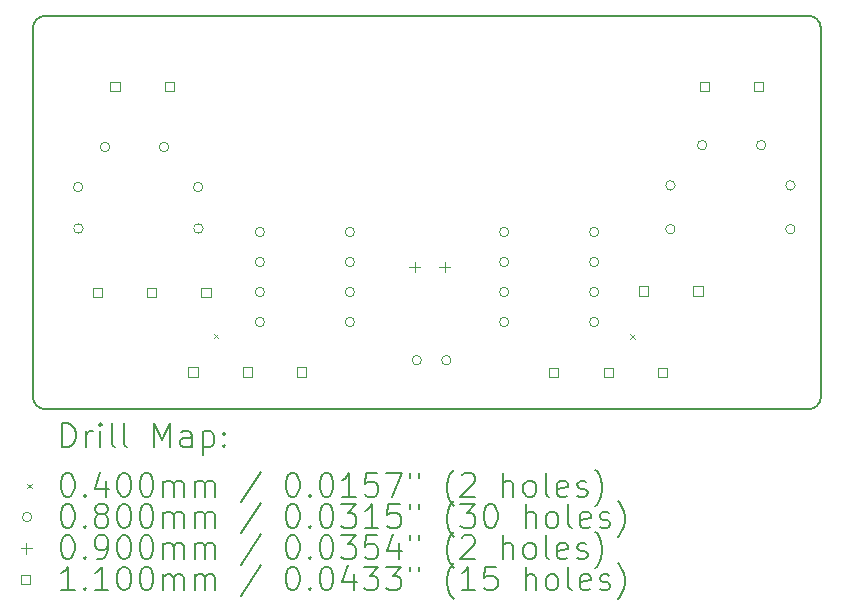
<source format=gbr>
%FSLAX45Y45*%
G04 Gerber Fmt 4.5, Leading zero omitted, Abs format (unit mm)*
G04 Created by KiCad (PCBNEW (6.0.2-0)) date 2024-10-15 18:59:05*
%MOMM*%
%LPD*%
G01*
G04 APERTURE LIST*
%TA.AperFunction,Profile*%
%ADD10C,0.200000*%
%TD*%
%ADD11C,0.200000*%
%ADD12C,0.040000*%
%ADD13C,0.080000*%
%ADD14C,0.090000*%
%ADD15C,0.110000*%
G04 APERTURE END LIST*
D10*
X16000000Y-6100000D02*
G75*
G03*
X15895000Y-6000000I-103203J-3238D01*
G01*
X15900000Y-9330000D02*
G75*
G03*
X16000000Y-9235000I-3250J103552D01*
G01*
X9330000Y-6105000D02*
X9330000Y-9230000D01*
X15895000Y-6000000D02*
X9430000Y-6000000D01*
X9435000Y-9330000D02*
X15900000Y-9330000D01*
X16000000Y-9235000D02*
X16000000Y-6100000D01*
X9330000Y-9230000D02*
G75*
G03*
X9435000Y-9330000I103203J3238D01*
G01*
X9430000Y-6000000D02*
G75*
G03*
X9330000Y-6105000I3238J-103203D01*
G01*
D11*
D12*
X10860000Y-8690000D02*
X10900000Y-8730000D01*
X10900000Y-8690000D02*
X10860000Y-8730000D01*
X14385000Y-8695000D02*
X14425000Y-8735000D01*
X14425000Y-8695000D02*
X14385000Y-8735000D01*
D13*
X9752000Y-7450000D02*
G75*
G03*
X9752000Y-7450000I-40000J0D01*
G01*
X9754000Y-7800000D02*
G75*
G03*
X9754000Y-7800000I-40000J0D01*
G01*
X9980000Y-7110000D02*
G75*
G03*
X9980000Y-7110000I-40000J0D01*
G01*
X10480000Y-7110000D02*
G75*
G03*
X10480000Y-7110000I-40000J0D01*
G01*
X10768000Y-7450000D02*
G75*
G03*
X10768000Y-7450000I-40000J0D01*
G01*
X10770000Y-7800000D02*
G75*
G03*
X10770000Y-7800000I-40000J0D01*
G01*
X11290000Y-7830000D02*
G75*
G03*
X11290000Y-7830000I-40000J0D01*
G01*
X11290000Y-8084000D02*
G75*
G03*
X11290000Y-8084000I-40000J0D01*
G01*
X11290000Y-8338000D02*
G75*
G03*
X11290000Y-8338000I-40000J0D01*
G01*
X11290000Y-8592000D02*
G75*
G03*
X11290000Y-8592000I-40000J0D01*
G01*
X12052000Y-7830000D02*
G75*
G03*
X12052000Y-7830000I-40000J0D01*
G01*
X12052000Y-8084000D02*
G75*
G03*
X12052000Y-8084000I-40000J0D01*
G01*
X12052000Y-8338000D02*
G75*
G03*
X12052000Y-8338000I-40000J0D01*
G01*
X12052000Y-8592000D02*
G75*
G03*
X12052000Y-8592000I-40000J0D01*
G01*
X12619489Y-8915000D02*
G75*
G03*
X12619489Y-8915000I-40000J0D01*
G01*
X12869489Y-8915000D02*
G75*
G03*
X12869489Y-8915000I-40000J0D01*
G01*
X13360000Y-7830000D02*
G75*
G03*
X13360000Y-7830000I-40000J0D01*
G01*
X13360000Y-8084000D02*
G75*
G03*
X13360000Y-8084000I-40000J0D01*
G01*
X13360000Y-8338000D02*
G75*
G03*
X13360000Y-8338000I-40000J0D01*
G01*
X13360000Y-8592000D02*
G75*
G03*
X13360000Y-8592000I-40000J0D01*
G01*
X14122000Y-7830000D02*
G75*
G03*
X14122000Y-7830000I-40000J0D01*
G01*
X14122000Y-8084000D02*
G75*
G03*
X14122000Y-8084000I-40000J0D01*
G01*
X14122000Y-8338000D02*
G75*
G03*
X14122000Y-8338000I-40000J0D01*
G01*
X14122000Y-8592000D02*
G75*
G03*
X14122000Y-8592000I-40000J0D01*
G01*
X14767000Y-7435000D02*
G75*
G03*
X14767000Y-7435000I-40000J0D01*
G01*
X14767000Y-7805000D02*
G75*
G03*
X14767000Y-7805000I-40000J0D01*
G01*
X15035000Y-7095000D02*
G75*
G03*
X15035000Y-7095000I-40000J0D01*
G01*
X15535000Y-7095000D02*
G75*
G03*
X15535000Y-7095000I-40000J0D01*
G01*
X15783000Y-7435000D02*
G75*
G03*
X15783000Y-7435000I-40000J0D01*
G01*
X15783000Y-7805000D02*
G75*
G03*
X15783000Y-7805000I-40000J0D01*
G01*
D14*
X12562500Y-8080000D02*
X12562500Y-8170000D01*
X12517500Y-8125000D02*
X12607500Y-8125000D01*
X12816500Y-8080000D02*
X12816500Y-8170000D01*
X12771500Y-8125000D02*
X12861500Y-8125000D01*
D15*
X9913891Y-8378891D02*
X9913891Y-8301109D01*
X9836109Y-8301109D01*
X9836109Y-8378891D01*
X9913891Y-8378891D01*
X10063891Y-6638891D02*
X10063891Y-6561109D01*
X9986109Y-6561109D01*
X9986109Y-6638891D01*
X10063891Y-6638891D01*
X10373891Y-8378891D02*
X10373891Y-8301109D01*
X10296109Y-8301109D01*
X10296109Y-8378891D01*
X10373891Y-8378891D01*
X10523891Y-6638891D02*
X10523891Y-6561109D01*
X10446109Y-6561109D01*
X10446109Y-6638891D01*
X10523891Y-6638891D01*
X10723891Y-9053891D02*
X10723891Y-8976109D01*
X10646109Y-8976109D01*
X10646109Y-9053891D01*
X10723891Y-9053891D01*
X10833891Y-8378891D02*
X10833891Y-8301109D01*
X10756109Y-8301109D01*
X10756109Y-8378891D01*
X10833891Y-8378891D01*
X11183891Y-9053891D02*
X11183891Y-8976109D01*
X11106109Y-8976109D01*
X11106109Y-9053891D01*
X11183891Y-9053891D01*
X11643891Y-9053891D02*
X11643891Y-8976109D01*
X11566109Y-8976109D01*
X11566109Y-9053891D01*
X11643891Y-9053891D01*
X13778891Y-9058891D02*
X13778891Y-8981109D01*
X13701109Y-8981109D01*
X13701109Y-9058891D01*
X13778891Y-9058891D01*
X14238891Y-9058891D02*
X14238891Y-8981109D01*
X14161109Y-8981109D01*
X14161109Y-9058891D01*
X14238891Y-9058891D01*
X14538891Y-8368891D02*
X14538891Y-8291109D01*
X14461109Y-8291109D01*
X14461109Y-8368891D01*
X14538891Y-8368891D01*
X14698891Y-9058891D02*
X14698891Y-8981109D01*
X14621109Y-8981109D01*
X14621109Y-9058891D01*
X14698891Y-9058891D01*
X14998891Y-8368891D02*
X14998891Y-8291109D01*
X14921109Y-8291109D01*
X14921109Y-8368891D01*
X14998891Y-8368891D01*
X15053891Y-6638891D02*
X15053891Y-6561109D01*
X14976109Y-6561109D01*
X14976109Y-6638891D01*
X15053891Y-6638891D01*
X15513891Y-6638891D02*
X15513891Y-6561109D01*
X15436109Y-6561109D01*
X15436109Y-6638891D01*
X15513891Y-6638891D01*
D11*
X9577603Y-9650492D02*
X9577603Y-9450492D01*
X9625222Y-9450492D01*
X9653794Y-9460016D01*
X9672842Y-9479063D01*
X9682365Y-9498111D01*
X9691889Y-9536206D01*
X9691889Y-9564778D01*
X9682365Y-9602873D01*
X9672842Y-9621920D01*
X9653794Y-9640968D01*
X9625222Y-9650492D01*
X9577603Y-9650492D01*
X9777603Y-9650492D02*
X9777603Y-9517158D01*
X9777603Y-9555254D02*
X9787127Y-9536206D01*
X9796651Y-9526682D01*
X9815699Y-9517158D01*
X9834746Y-9517158D01*
X9901413Y-9650492D02*
X9901413Y-9517158D01*
X9901413Y-9450492D02*
X9891889Y-9460016D01*
X9901413Y-9469539D01*
X9910937Y-9460016D01*
X9901413Y-9450492D01*
X9901413Y-9469539D01*
X10025222Y-9650492D02*
X10006175Y-9640968D01*
X9996651Y-9621920D01*
X9996651Y-9450492D01*
X10129984Y-9650492D02*
X10110937Y-9640968D01*
X10101413Y-9621920D01*
X10101413Y-9450492D01*
X10358556Y-9650492D02*
X10358556Y-9450492D01*
X10425222Y-9593349D01*
X10491889Y-9450492D01*
X10491889Y-9650492D01*
X10672842Y-9650492D02*
X10672842Y-9545730D01*
X10663318Y-9526682D01*
X10644270Y-9517158D01*
X10606175Y-9517158D01*
X10587127Y-9526682D01*
X10672842Y-9640968D02*
X10653794Y-9650492D01*
X10606175Y-9650492D01*
X10587127Y-9640968D01*
X10577603Y-9621920D01*
X10577603Y-9602873D01*
X10587127Y-9583825D01*
X10606175Y-9574301D01*
X10653794Y-9574301D01*
X10672842Y-9564778D01*
X10768080Y-9517158D02*
X10768080Y-9717158D01*
X10768080Y-9526682D02*
X10787127Y-9517158D01*
X10825222Y-9517158D01*
X10844270Y-9526682D01*
X10853794Y-9536206D01*
X10863318Y-9555254D01*
X10863318Y-9612397D01*
X10853794Y-9631444D01*
X10844270Y-9640968D01*
X10825222Y-9650492D01*
X10787127Y-9650492D01*
X10768080Y-9640968D01*
X10949032Y-9631444D02*
X10958556Y-9640968D01*
X10949032Y-9650492D01*
X10939508Y-9640968D01*
X10949032Y-9631444D01*
X10949032Y-9650492D01*
X10949032Y-9526682D02*
X10958556Y-9536206D01*
X10949032Y-9545730D01*
X10939508Y-9536206D01*
X10949032Y-9526682D01*
X10949032Y-9545730D01*
D12*
X9279984Y-9960016D02*
X9319984Y-10000016D01*
X9319984Y-9960016D02*
X9279984Y-10000016D01*
D11*
X9615699Y-9870492D02*
X9634746Y-9870492D01*
X9653794Y-9880016D01*
X9663318Y-9889539D01*
X9672842Y-9908587D01*
X9682365Y-9946682D01*
X9682365Y-9994301D01*
X9672842Y-10032397D01*
X9663318Y-10051444D01*
X9653794Y-10060968D01*
X9634746Y-10070492D01*
X9615699Y-10070492D01*
X9596651Y-10060968D01*
X9587127Y-10051444D01*
X9577603Y-10032397D01*
X9568080Y-9994301D01*
X9568080Y-9946682D01*
X9577603Y-9908587D01*
X9587127Y-9889539D01*
X9596651Y-9880016D01*
X9615699Y-9870492D01*
X9768080Y-10051444D02*
X9777603Y-10060968D01*
X9768080Y-10070492D01*
X9758556Y-10060968D01*
X9768080Y-10051444D01*
X9768080Y-10070492D01*
X9949032Y-9937158D02*
X9949032Y-10070492D01*
X9901413Y-9860968D02*
X9853794Y-10003825D01*
X9977603Y-10003825D01*
X10091889Y-9870492D02*
X10110937Y-9870492D01*
X10129984Y-9880016D01*
X10139508Y-9889539D01*
X10149032Y-9908587D01*
X10158556Y-9946682D01*
X10158556Y-9994301D01*
X10149032Y-10032397D01*
X10139508Y-10051444D01*
X10129984Y-10060968D01*
X10110937Y-10070492D01*
X10091889Y-10070492D01*
X10072842Y-10060968D01*
X10063318Y-10051444D01*
X10053794Y-10032397D01*
X10044270Y-9994301D01*
X10044270Y-9946682D01*
X10053794Y-9908587D01*
X10063318Y-9889539D01*
X10072842Y-9880016D01*
X10091889Y-9870492D01*
X10282365Y-9870492D02*
X10301413Y-9870492D01*
X10320461Y-9880016D01*
X10329984Y-9889539D01*
X10339508Y-9908587D01*
X10349032Y-9946682D01*
X10349032Y-9994301D01*
X10339508Y-10032397D01*
X10329984Y-10051444D01*
X10320461Y-10060968D01*
X10301413Y-10070492D01*
X10282365Y-10070492D01*
X10263318Y-10060968D01*
X10253794Y-10051444D01*
X10244270Y-10032397D01*
X10234746Y-9994301D01*
X10234746Y-9946682D01*
X10244270Y-9908587D01*
X10253794Y-9889539D01*
X10263318Y-9880016D01*
X10282365Y-9870492D01*
X10434746Y-10070492D02*
X10434746Y-9937158D01*
X10434746Y-9956206D02*
X10444270Y-9946682D01*
X10463318Y-9937158D01*
X10491889Y-9937158D01*
X10510937Y-9946682D01*
X10520461Y-9965730D01*
X10520461Y-10070492D01*
X10520461Y-9965730D02*
X10529984Y-9946682D01*
X10549032Y-9937158D01*
X10577603Y-9937158D01*
X10596651Y-9946682D01*
X10606175Y-9965730D01*
X10606175Y-10070492D01*
X10701413Y-10070492D02*
X10701413Y-9937158D01*
X10701413Y-9956206D02*
X10710937Y-9946682D01*
X10729984Y-9937158D01*
X10758556Y-9937158D01*
X10777603Y-9946682D01*
X10787127Y-9965730D01*
X10787127Y-10070492D01*
X10787127Y-9965730D02*
X10796651Y-9946682D01*
X10815699Y-9937158D01*
X10844270Y-9937158D01*
X10863318Y-9946682D01*
X10872842Y-9965730D01*
X10872842Y-10070492D01*
X11263318Y-9860968D02*
X11091889Y-10118111D01*
X11520460Y-9870492D02*
X11539508Y-9870492D01*
X11558556Y-9880016D01*
X11568080Y-9889539D01*
X11577603Y-9908587D01*
X11587127Y-9946682D01*
X11587127Y-9994301D01*
X11577603Y-10032397D01*
X11568080Y-10051444D01*
X11558556Y-10060968D01*
X11539508Y-10070492D01*
X11520460Y-10070492D01*
X11501413Y-10060968D01*
X11491889Y-10051444D01*
X11482365Y-10032397D01*
X11472841Y-9994301D01*
X11472841Y-9946682D01*
X11482365Y-9908587D01*
X11491889Y-9889539D01*
X11501413Y-9880016D01*
X11520460Y-9870492D01*
X11672841Y-10051444D02*
X11682365Y-10060968D01*
X11672841Y-10070492D01*
X11663318Y-10060968D01*
X11672841Y-10051444D01*
X11672841Y-10070492D01*
X11806175Y-9870492D02*
X11825222Y-9870492D01*
X11844270Y-9880016D01*
X11853794Y-9889539D01*
X11863318Y-9908587D01*
X11872841Y-9946682D01*
X11872841Y-9994301D01*
X11863318Y-10032397D01*
X11853794Y-10051444D01*
X11844270Y-10060968D01*
X11825222Y-10070492D01*
X11806175Y-10070492D01*
X11787127Y-10060968D01*
X11777603Y-10051444D01*
X11768080Y-10032397D01*
X11758556Y-9994301D01*
X11758556Y-9946682D01*
X11768080Y-9908587D01*
X11777603Y-9889539D01*
X11787127Y-9880016D01*
X11806175Y-9870492D01*
X12063318Y-10070492D02*
X11949032Y-10070492D01*
X12006175Y-10070492D02*
X12006175Y-9870492D01*
X11987127Y-9899063D01*
X11968080Y-9918111D01*
X11949032Y-9927635D01*
X12244270Y-9870492D02*
X12149032Y-9870492D01*
X12139508Y-9965730D01*
X12149032Y-9956206D01*
X12168080Y-9946682D01*
X12215699Y-9946682D01*
X12234746Y-9956206D01*
X12244270Y-9965730D01*
X12253794Y-9984778D01*
X12253794Y-10032397D01*
X12244270Y-10051444D01*
X12234746Y-10060968D01*
X12215699Y-10070492D01*
X12168080Y-10070492D01*
X12149032Y-10060968D01*
X12139508Y-10051444D01*
X12320460Y-9870492D02*
X12453794Y-9870492D01*
X12368080Y-10070492D01*
X12520460Y-9870492D02*
X12520460Y-9908587D01*
X12596651Y-9870492D02*
X12596651Y-9908587D01*
X12891889Y-10146682D02*
X12882365Y-10137158D01*
X12863318Y-10108587D01*
X12853794Y-10089539D01*
X12844270Y-10060968D01*
X12834746Y-10013349D01*
X12834746Y-9975254D01*
X12844270Y-9927635D01*
X12853794Y-9899063D01*
X12863318Y-9880016D01*
X12882365Y-9851444D01*
X12891889Y-9841920D01*
X12958556Y-9889539D02*
X12968080Y-9880016D01*
X12987127Y-9870492D01*
X13034746Y-9870492D01*
X13053794Y-9880016D01*
X13063318Y-9889539D01*
X13072841Y-9908587D01*
X13072841Y-9927635D01*
X13063318Y-9956206D01*
X12949032Y-10070492D01*
X13072841Y-10070492D01*
X13310937Y-10070492D02*
X13310937Y-9870492D01*
X13396651Y-10070492D02*
X13396651Y-9965730D01*
X13387127Y-9946682D01*
X13368080Y-9937158D01*
X13339508Y-9937158D01*
X13320460Y-9946682D01*
X13310937Y-9956206D01*
X13520460Y-10070492D02*
X13501413Y-10060968D01*
X13491889Y-10051444D01*
X13482365Y-10032397D01*
X13482365Y-9975254D01*
X13491889Y-9956206D01*
X13501413Y-9946682D01*
X13520460Y-9937158D01*
X13549032Y-9937158D01*
X13568080Y-9946682D01*
X13577603Y-9956206D01*
X13587127Y-9975254D01*
X13587127Y-10032397D01*
X13577603Y-10051444D01*
X13568080Y-10060968D01*
X13549032Y-10070492D01*
X13520460Y-10070492D01*
X13701413Y-10070492D02*
X13682365Y-10060968D01*
X13672841Y-10041920D01*
X13672841Y-9870492D01*
X13853794Y-10060968D02*
X13834746Y-10070492D01*
X13796651Y-10070492D01*
X13777603Y-10060968D01*
X13768080Y-10041920D01*
X13768080Y-9965730D01*
X13777603Y-9946682D01*
X13796651Y-9937158D01*
X13834746Y-9937158D01*
X13853794Y-9946682D01*
X13863318Y-9965730D01*
X13863318Y-9984778D01*
X13768080Y-10003825D01*
X13939508Y-10060968D02*
X13958556Y-10070492D01*
X13996651Y-10070492D01*
X14015699Y-10060968D01*
X14025222Y-10041920D01*
X14025222Y-10032397D01*
X14015699Y-10013349D01*
X13996651Y-10003825D01*
X13968080Y-10003825D01*
X13949032Y-9994301D01*
X13939508Y-9975254D01*
X13939508Y-9965730D01*
X13949032Y-9946682D01*
X13968080Y-9937158D01*
X13996651Y-9937158D01*
X14015699Y-9946682D01*
X14091889Y-10146682D02*
X14101413Y-10137158D01*
X14120460Y-10108587D01*
X14129984Y-10089539D01*
X14139508Y-10060968D01*
X14149032Y-10013349D01*
X14149032Y-9975254D01*
X14139508Y-9927635D01*
X14129984Y-9899063D01*
X14120460Y-9880016D01*
X14101413Y-9851444D01*
X14091889Y-9841920D01*
D13*
X9319984Y-10244016D02*
G75*
G03*
X9319984Y-10244016I-40000J0D01*
G01*
D11*
X9615699Y-10134492D02*
X9634746Y-10134492D01*
X9653794Y-10144016D01*
X9663318Y-10153539D01*
X9672842Y-10172587D01*
X9682365Y-10210682D01*
X9682365Y-10258301D01*
X9672842Y-10296397D01*
X9663318Y-10315444D01*
X9653794Y-10324968D01*
X9634746Y-10334492D01*
X9615699Y-10334492D01*
X9596651Y-10324968D01*
X9587127Y-10315444D01*
X9577603Y-10296397D01*
X9568080Y-10258301D01*
X9568080Y-10210682D01*
X9577603Y-10172587D01*
X9587127Y-10153539D01*
X9596651Y-10144016D01*
X9615699Y-10134492D01*
X9768080Y-10315444D02*
X9777603Y-10324968D01*
X9768080Y-10334492D01*
X9758556Y-10324968D01*
X9768080Y-10315444D01*
X9768080Y-10334492D01*
X9891889Y-10220206D02*
X9872842Y-10210682D01*
X9863318Y-10201158D01*
X9853794Y-10182111D01*
X9853794Y-10172587D01*
X9863318Y-10153539D01*
X9872842Y-10144016D01*
X9891889Y-10134492D01*
X9929984Y-10134492D01*
X9949032Y-10144016D01*
X9958556Y-10153539D01*
X9968080Y-10172587D01*
X9968080Y-10182111D01*
X9958556Y-10201158D01*
X9949032Y-10210682D01*
X9929984Y-10220206D01*
X9891889Y-10220206D01*
X9872842Y-10229730D01*
X9863318Y-10239254D01*
X9853794Y-10258301D01*
X9853794Y-10296397D01*
X9863318Y-10315444D01*
X9872842Y-10324968D01*
X9891889Y-10334492D01*
X9929984Y-10334492D01*
X9949032Y-10324968D01*
X9958556Y-10315444D01*
X9968080Y-10296397D01*
X9968080Y-10258301D01*
X9958556Y-10239254D01*
X9949032Y-10229730D01*
X9929984Y-10220206D01*
X10091889Y-10134492D02*
X10110937Y-10134492D01*
X10129984Y-10144016D01*
X10139508Y-10153539D01*
X10149032Y-10172587D01*
X10158556Y-10210682D01*
X10158556Y-10258301D01*
X10149032Y-10296397D01*
X10139508Y-10315444D01*
X10129984Y-10324968D01*
X10110937Y-10334492D01*
X10091889Y-10334492D01*
X10072842Y-10324968D01*
X10063318Y-10315444D01*
X10053794Y-10296397D01*
X10044270Y-10258301D01*
X10044270Y-10210682D01*
X10053794Y-10172587D01*
X10063318Y-10153539D01*
X10072842Y-10144016D01*
X10091889Y-10134492D01*
X10282365Y-10134492D02*
X10301413Y-10134492D01*
X10320461Y-10144016D01*
X10329984Y-10153539D01*
X10339508Y-10172587D01*
X10349032Y-10210682D01*
X10349032Y-10258301D01*
X10339508Y-10296397D01*
X10329984Y-10315444D01*
X10320461Y-10324968D01*
X10301413Y-10334492D01*
X10282365Y-10334492D01*
X10263318Y-10324968D01*
X10253794Y-10315444D01*
X10244270Y-10296397D01*
X10234746Y-10258301D01*
X10234746Y-10210682D01*
X10244270Y-10172587D01*
X10253794Y-10153539D01*
X10263318Y-10144016D01*
X10282365Y-10134492D01*
X10434746Y-10334492D02*
X10434746Y-10201158D01*
X10434746Y-10220206D02*
X10444270Y-10210682D01*
X10463318Y-10201158D01*
X10491889Y-10201158D01*
X10510937Y-10210682D01*
X10520461Y-10229730D01*
X10520461Y-10334492D01*
X10520461Y-10229730D02*
X10529984Y-10210682D01*
X10549032Y-10201158D01*
X10577603Y-10201158D01*
X10596651Y-10210682D01*
X10606175Y-10229730D01*
X10606175Y-10334492D01*
X10701413Y-10334492D02*
X10701413Y-10201158D01*
X10701413Y-10220206D02*
X10710937Y-10210682D01*
X10729984Y-10201158D01*
X10758556Y-10201158D01*
X10777603Y-10210682D01*
X10787127Y-10229730D01*
X10787127Y-10334492D01*
X10787127Y-10229730D02*
X10796651Y-10210682D01*
X10815699Y-10201158D01*
X10844270Y-10201158D01*
X10863318Y-10210682D01*
X10872842Y-10229730D01*
X10872842Y-10334492D01*
X11263318Y-10124968D02*
X11091889Y-10382111D01*
X11520460Y-10134492D02*
X11539508Y-10134492D01*
X11558556Y-10144016D01*
X11568080Y-10153539D01*
X11577603Y-10172587D01*
X11587127Y-10210682D01*
X11587127Y-10258301D01*
X11577603Y-10296397D01*
X11568080Y-10315444D01*
X11558556Y-10324968D01*
X11539508Y-10334492D01*
X11520460Y-10334492D01*
X11501413Y-10324968D01*
X11491889Y-10315444D01*
X11482365Y-10296397D01*
X11472841Y-10258301D01*
X11472841Y-10210682D01*
X11482365Y-10172587D01*
X11491889Y-10153539D01*
X11501413Y-10144016D01*
X11520460Y-10134492D01*
X11672841Y-10315444D02*
X11682365Y-10324968D01*
X11672841Y-10334492D01*
X11663318Y-10324968D01*
X11672841Y-10315444D01*
X11672841Y-10334492D01*
X11806175Y-10134492D02*
X11825222Y-10134492D01*
X11844270Y-10144016D01*
X11853794Y-10153539D01*
X11863318Y-10172587D01*
X11872841Y-10210682D01*
X11872841Y-10258301D01*
X11863318Y-10296397D01*
X11853794Y-10315444D01*
X11844270Y-10324968D01*
X11825222Y-10334492D01*
X11806175Y-10334492D01*
X11787127Y-10324968D01*
X11777603Y-10315444D01*
X11768080Y-10296397D01*
X11758556Y-10258301D01*
X11758556Y-10210682D01*
X11768080Y-10172587D01*
X11777603Y-10153539D01*
X11787127Y-10144016D01*
X11806175Y-10134492D01*
X11939508Y-10134492D02*
X12063318Y-10134492D01*
X11996651Y-10210682D01*
X12025222Y-10210682D01*
X12044270Y-10220206D01*
X12053794Y-10229730D01*
X12063318Y-10248778D01*
X12063318Y-10296397D01*
X12053794Y-10315444D01*
X12044270Y-10324968D01*
X12025222Y-10334492D01*
X11968080Y-10334492D01*
X11949032Y-10324968D01*
X11939508Y-10315444D01*
X12253794Y-10334492D02*
X12139508Y-10334492D01*
X12196651Y-10334492D02*
X12196651Y-10134492D01*
X12177603Y-10163063D01*
X12158556Y-10182111D01*
X12139508Y-10191635D01*
X12434746Y-10134492D02*
X12339508Y-10134492D01*
X12329984Y-10229730D01*
X12339508Y-10220206D01*
X12358556Y-10210682D01*
X12406175Y-10210682D01*
X12425222Y-10220206D01*
X12434746Y-10229730D01*
X12444270Y-10248778D01*
X12444270Y-10296397D01*
X12434746Y-10315444D01*
X12425222Y-10324968D01*
X12406175Y-10334492D01*
X12358556Y-10334492D01*
X12339508Y-10324968D01*
X12329984Y-10315444D01*
X12520460Y-10134492D02*
X12520460Y-10172587D01*
X12596651Y-10134492D02*
X12596651Y-10172587D01*
X12891889Y-10410682D02*
X12882365Y-10401158D01*
X12863318Y-10372587D01*
X12853794Y-10353539D01*
X12844270Y-10324968D01*
X12834746Y-10277349D01*
X12834746Y-10239254D01*
X12844270Y-10191635D01*
X12853794Y-10163063D01*
X12863318Y-10144016D01*
X12882365Y-10115444D01*
X12891889Y-10105920D01*
X12949032Y-10134492D02*
X13072841Y-10134492D01*
X13006175Y-10210682D01*
X13034746Y-10210682D01*
X13053794Y-10220206D01*
X13063318Y-10229730D01*
X13072841Y-10248778D01*
X13072841Y-10296397D01*
X13063318Y-10315444D01*
X13053794Y-10324968D01*
X13034746Y-10334492D01*
X12977603Y-10334492D01*
X12958556Y-10324968D01*
X12949032Y-10315444D01*
X13196651Y-10134492D02*
X13215699Y-10134492D01*
X13234746Y-10144016D01*
X13244270Y-10153539D01*
X13253794Y-10172587D01*
X13263318Y-10210682D01*
X13263318Y-10258301D01*
X13253794Y-10296397D01*
X13244270Y-10315444D01*
X13234746Y-10324968D01*
X13215699Y-10334492D01*
X13196651Y-10334492D01*
X13177603Y-10324968D01*
X13168080Y-10315444D01*
X13158556Y-10296397D01*
X13149032Y-10258301D01*
X13149032Y-10210682D01*
X13158556Y-10172587D01*
X13168080Y-10153539D01*
X13177603Y-10144016D01*
X13196651Y-10134492D01*
X13501413Y-10334492D02*
X13501413Y-10134492D01*
X13587127Y-10334492D02*
X13587127Y-10229730D01*
X13577603Y-10210682D01*
X13558556Y-10201158D01*
X13529984Y-10201158D01*
X13510937Y-10210682D01*
X13501413Y-10220206D01*
X13710937Y-10334492D02*
X13691889Y-10324968D01*
X13682365Y-10315444D01*
X13672841Y-10296397D01*
X13672841Y-10239254D01*
X13682365Y-10220206D01*
X13691889Y-10210682D01*
X13710937Y-10201158D01*
X13739508Y-10201158D01*
X13758556Y-10210682D01*
X13768080Y-10220206D01*
X13777603Y-10239254D01*
X13777603Y-10296397D01*
X13768080Y-10315444D01*
X13758556Y-10324968D01*
X13739508Y-10334492D01*
X13710937Y-10334492D01*
X13891889Y-10334492D02*
X13872841Y-10324968D01*
X13863318Y-10305920D01*
X13863318Y-10134492D01*
X14044270Y-10324968D02*
X14025222Y-10334492D01*
X13987127Y-10334492D01*
X13968080Y-10324968D01*
X13958556Y-10305920D01*
X13958556Y-10229730D01*
X13968080Y-10210682D01*
X13987127Y-10201158D01*
X14025222Y-10201158D01*
X14044270Y-10210682D01*
X14053794Y-10229730D01*
X14053794Y-10248778D01*
X13958556Y-10267825D01*
X14129984Y-10324968D02*
X14149032Y-10334492D01*
X14187127Y-10334492D01*
X14206175Y-10324968D01*
X14215699Y-10305920D01*
X14215699Y-10296397D01*
X14206175Y-10277349D01*
X14187127Y-10267825D01*
X14158556Y-10267825D01*
X14139508Y-10258301D01*
X14129984Y-10239254D01*
X14129984Y-10229730D01*
X14139508Y-10210682D01*
X14158556Y-10201158D01*
X14187127Y-10201158D01*
X14206175Y-10210682D01*
X14282365Y-10410682D02*
X14291889Y-10401158D01*
X14310937Y-10372587D01*
X14320460Y-10353539D01*
X14329984Y-10324968D01*
X14339508Y-10277349D01*
X14339508Y-10239254D01*
X14329984Y-10191635D01*
X14320460Y-10163063D01*
X14310937Y-10144016D01*
X14291889Y-10115444D01*
X14282365Y-10105920D01*
D14*
X9274984Y-10463016D02*
X9274984Y-10553016D01*
X9229984Y-10508016D02*
X9319984Y-10508016D01*
D11*
X9615699Y-10398492D02*
X9634746Y-10398492D01*
X9653794Y-10408016D01*
X9663318Y-10417539D01*
X9672842Y-10436587D01*
X9682365Y-10474682D01*
X9682365Y-10522301D01*
X9672842Y-10560397D01*
X9663318Y-10579444D01*
X9653794Y-10588968D01*
X9634746Y-10598492D01*
X9615699Y-10598492D01*
X9596651Y-10588968D01*
X9587127Y-10579444D01*
X9577603Y-10560397D01*
X9568080Y-10522301D01*
X9568080Y-10474682D01*
X9577603Y-10436587D01*
X9587127Y-10417539D01*
X9596651Y-10408016D01*
X9615699Y-10398492D01*
X9768080Y-10579444D02*
X9777603Y-10588968D01*
X9768080Y-10598492D01*
X9758556Y-10588968D01*
X9768080Y-10579444D01*
X9768080Y-10598492D01*
X9872842Y-10598492D02*
X9910937Y-10598492D01*
X9929984Y-10588968D01*
X9939508Y-10579444D01*
X9958556Y-10550873D01*
X9968080Y-10512778D01*
X9968080Y-10436587D01*
X9958556Y-10417539D01*
X9949032Y-10408016D01*
X9929984Y-10398492D01*
X9891889Y-10398492D01*
X9872842Y-10408016D01*
X9863318Y-10417539D01*
X9853794Y-10436587D01*
X9853794Y-10484206D01*
X9863318Y-10503254D01*
X9872842Y-10512778D01*
X9891889Y-10522301D01*
X9929984Y-10522301D01*
X9949032Y-10512778D01*
X9958556Y-10503254D01*
X9968080Y-10484206D01*
X10091889Y-10398492D02*
X10110937Y-10398492D01*
X10129984Y-10408016D01*
X10139508Y-10417539D01*
X10149032Y-10436587D01*
X10158556Y-10474682D01*
X10158556Y-10522301D01*
X10149032Y-10560397D01*
X10139508Y-10579444D01*
X10129984Y-10588968D01*
X10110937Y-10598492D01*
X10091889Y-10598492D01*
X10072842Y-10588968D01*
X10063318Y-10579444D01*
X10053794Y-10560397D01*
X10044270Y-10522301D01*
X10044270Y-10474682D01*
X10053794Y-10436587D01*
X10063318Y-10417539D01*
X10072842Y-10408016D01*
X10091889Y-10398492D01*
X10282365Y-10398492D02*
X10301413Y-10398492D01*
X10320461Y-10408016D01*
X10329984Y-10417539D01*
X10339508Y-10436587D01*
X10349032Y-10474682D01*
X10349032Y-10522301D01*
X10339508Y-10560397D01*
X10329984Y-10579444D01*
X10320461Y-10588968D01*
X10301413Y-10598492D01*
X10282365Y-10598492D01*
X10263318Y-10588968D01*
X10253794Y-10579444D01*
X10244270Y-10560397D01*
X10234746Y-10522301D01*
X10234746Y-10474682D01*
X10244270Y-10436587D01*
X10253794Y-10417539D01*
X10263318Y-10408016D01*
X10282365Y-10398492D01*
X10434746Y-10598492D02*
X10434746Y-10465158D01*
X10434746Y-10484206D02*
X10444270Y-10474682D01*
X10463318Y-10465158D01*
X10491889Y-10465158D01*
X10510937Y-10474682D01*
X10520461Y-10493730D01*
X10520461Y-10598492D01*
X10520461Y-10493730D02*
X10529984Y-10474682D01*
X10549032Y-10465158D01*
X10577603Y-10465158D01*
X10596651Y-10474682D01*
X10606175Y-10493730D01*
X10606175Y-10598492D01*
X10701413Y-10598492D02*
X10701413Y-10465158D01*
X10701413Y-10484206D02*
X10710937Y-10474682D01*
X10729984Y-10465158D01*
X10758556Y-10465158D01*
X10777603Y-10474682D01*
X10787127Y-10493730D01*
X10787127Y-10598492D01*
X10787127Y-10493730D02*
X10796651Y-10474682D01*
X10815699Y-10465158D01*
X10844270Y-10465158D01*
X10863318Y-10474682D01*
X10872842Y-10493730D01*
X10872842Y-10598492D01*
X11263318Y-10388968D02*
X11091889Y-10646111D01*
X11520460Y-10398492D02*
X11539508Y-10398492D01*
X11558556Y-10408016D01*
X11568080Y-10417539D01*
X11577603Y-10436587D01*
X11587127Y-10474682D01*
X11587127Y-10522301D01*
X11577603Y-10560397D01*
X11568080Y-10579444D01*
X11558556Y-10588968D01*
X11539508Y-10598492D01*
X11520460Y-10598492D01*
X11501413Y-10588968D01*
X11491889Y-10579444D01*
X11482365Y-10560397D01*
X11472841Y-10522301D01*
X11472841Y-10474682D01*
X11482365Y-10436587D01*
X11491889Y-10417539D01*
X11501413Y-10408016D01*
X11520460Y-10398492D01*
X11672841Y-10579444D02*
X11682365Y-10588968D01*
X11672841Y-10598492D01*
X11663318Y-10588968D01*
X11672841Y-10579444D01*
X11672841Y-10598492D01*
X11806175Y-10398492D02*
X11825222Y-10398492D01*
X11844270Y-10408016D01*
X11853794Y-10417539D01*
X11863318Y-10436587D01*
X11872841Y-10474682D01*
X11872841Y-10522301D01*
X11863318Y-10560397D01*
X11853794Y-10579444D01*
X11844270Y-10588968D01*
X11825222Y-10598492D01*
X11806175Y-10598492D01*
X11787127Y-10588968D01*
X11777603Y-10579444D01*
X11768080Y-10560397D01*
X11758556Y-10522301D01*
X11758556Y-10474682D01*
X11768080Y-10436587D01*
X11777603Y-10417539D01*
X11787127Y-10408016D01*
X11806175Y-10398492D01*
X11939508Y-10398492D02*
X12063318Y-10398492D01*
X11996651Y-10474682D01*
X12025222Y-10474682D01*
X12044270Y-10484206D01*
X12053794Y-10493730D01*
X12063318Y-10512778D01*
X12063318Y-10560397D01*
X12053794Y-10579444D01*
X12044270Y-10588968D01*
X12025222Y-10598492D01*
X11968080Y-10598492D01*
X11949032Y-10588968D01*
X11939508Y-10579444D01*
X12244270Y-10398492D02*
X12149032Y-10398492D01*
X12139508Y-10493730D01*
X12149032Y-10484206D01*
X12168080Y-10474682D01*
X12215699Y-10474682D01*
X12234746Y-10484206D01*
X12244270Y-10493730D01*
X12253794Y-10512778D01*
X12253794Y-10560397D01*
X12244270Y-10579444D01*
X12234746Y-10588968D01*
X12215699Y-10598492D01*
X12168080Y-10598492D01*
X12149032Y-10588968D01*
X12139508Y-10579444D01*
X12425222Y-10465158D02*
X12425222Y-10598492D01*
X12377603Y-10388968D02*
X12329984Y-10531825D01*
X12453794Y-10531825D01*
X12520460Y-10398492D02*
X12520460Y-10436587D01*
X12596651Y-10398492D02*
X12596651Y-10436587D01*
X12891889Y-10674682D02*
X12882365Y-10665158D01*
X12863318Y-10636587D01*
X12853794Y-10617539D01*
X12844270Y-10588968D01*
X12834746Y-10541349D01*
X12834746Y-10503254D01*
X12844270Y-10455635D01*
X12853794Y-10427063D01*
X12863318Y-10408016D01*
X12882365Y-10379444D01*
X12891889Y-10369920D01*
X12958556Y-10417539D02*
X12968080Y-10408016D01*
X12987127Y-10398492D01*
X13034746Y-10398492D01*
X13053794Y-10408016D01*
X13063318Y-10417539D01*
X13072841Y-10436587D01*
X13072841Y-10455635D01*
X13063318Y-10484206D01*
X12949032Y-10598492D01*
X13072841Y-10598492D01*
X13310937Y-10598492D02*
X13310937Y-10398492D01*
X13396651Y-10598492D02*
X13396651Y-10493730D01*
X13387127Y-10474682D01*
X13368080Y-10465158D01*
X13339508Y-10465158D01*
X13320460Y-10474682D01*
X13310937Y-10484206D01*
X13520460Y-10598492D02*
X13501413Y-10588968D01*
X13491889Y-10579444D01*
X13482365Y-10560397D01*
X13482365Y-10503254D01*
X13491889Y-10484206D01*
X13501413Y-10474682D01*
X13520460Y-10465158D01*
X13549032Y-10465158D01*
X13568080Y-10474682D01*
X13577603Y-10484206D01*
X13587127Y-10503254D01*
X13587127Y-10560397D01*
X13577603Y-10579444D01*
X13568080Y-10588968D01*
X13549032Y-10598492D01*
X13520460Y-10598492D01*
X13701413Y-10598492D02*
X13682365Y-10588968D01*
X13672841Y-10569920D01*
X13672841Y-10398492D01*
X13853794Y-10588968D02*
X13834746Y-10598492D01*
X13796651Y-10598492D01*
X13777603Y-10588968D01*
X13768080Y-10569920D01*
X13768080Y-10493730D01*
X13777603Y-10474682D01*
X13796651Y-10465158D01*
X13834746Y-10465158D01*
X13853794Y-10474682D01*
X13863318Y-10493730D01*
X13863318Y-10512778D01*
X13768080Y-10531825D01*
X13939508Y-10588968D02*
X13958556Y-10598492D01*
X13996651Y-10598492D01*
X14015699Y-10588968D01*
X14025222Y-10569920D01*
X14025222Y-10560397D01*
X14015699Y-10541349D01*
X13996651Y-10531825D01*
X13968080Y-10531825D01*
X13949032Y-10522301D01*
X13939508Y-10503254D01*
X13939508Y-10493730D01*
X13949032Y-10474682D01*
X13968080Y-10465158D01*
X13996651Y-10465158D01*
X14015699Y-10474682D01*
X14091889Y-10674682D02*
X14101413Y-10665158D01*
X14120460Y-10636587D01*
X14129984Y-10617539D01*
X14139508Y-10588968D01*
X14149032Y-10541349D01*
X14149032Y-10503254D01*
X14139508Y-10455635D01*
X14129984Y-10427063D01*
X14120460Y-10408016D01*
X14101413Y-10379444D01*
X14091889Y-10369920D01*
D15*
X9303876Y-10810907D02*
X9303876Y-10733124D01*
X9226093Y-10733124D01*
X9226093Y-10810907D01*
X9303876Y-10810907D01*
D11*
X9682365Y-10862492D02*
X9568080Y-10862492D01*
X9625222Y-10862492D02*
X9625222Y-10662492D01*
X9606175Y-10691063D01*
X9587127Y-10710111D01*
X9568080Y-10719635D01*
X9768080Y-10843444D02*
X9777603Y-10852968D01*
X9768080Y-10862492D01*
X9758556Y-10852968D01*
X9768080Y-10843444D01*
X9768080Y-10862492D01*
X9968080Y-10862492D02*
X9853794Y-10862492D01*
X9910937Y-10862492D02*
X9910937Y-10662492D01*
X9891889Y-10691063D01*
X9872842Y-10710111D01*
X9853794Y-10719635D01*
X10091889Y-10662492D02*
X10110937Y-10662492D01*
X10129984Y-10672016D01*
X10139508Y-10681539D01*
X10149032Y-10700587D01*
X10158556Y-10738682D01*
X10158556Y-10786301D01*
X10149032Y-10824397D01*
X10139508Y-10843444D01*
X10129984Y-10852968D01*
X10110937Y-10862492D01*
X10091889Y-10862492D01*
X10072842Y-10852968D01*
X10063318Y-10843444D01*
X10053794Y-10824397D01*
X10044270Y-10786301D01*
X10044270Y-10738682D01*
X10053794Y-10700587D01*
X10063318Y-10681539D01*
X10072842Y-10672016D01*
X10091889Y-10662492D01*
X10282365Y-10662492D02*
X10301413Y-10662492D01*
X10320461Y-10672016D01*
X10329984Y-10681539D01*
X10339508Y-10700587D01*
X10349032Y-10738682D01*
X10349032Y-10786301D01*
X10339508Y-10824397D01*
X10329984Y-10843444D01*
X10320461Y-10852968D01*
X10301413Y-10862492D01*
X10282365Y-10862492D01*
X10263318Y-10852968D01*
X10253794Y-10843444D01*
X10244270Y-10824397D01*
X10234746Y-10786301D01*
X10234746Y-10738682D01*
X10244270Y-10700587D01*
X10253794Y-10681539D01*
X10263318Y-10672016D01*
X10282365Y-10662492D01*
X10434746Y-10862492D02*
X10434746Y-10729158D01*
X10434746Y-10748206D02*
X10444270Y-10738682D01*
X10463318Y-10729158D01*
X10491889Y-10729158D01*
X10510937Y-10738682D01*
X10520461Y-10757730D01*
X10520461Y-10862492D01*
X10520461Y-10757730D02*
X10529984Y-10738682D01*
X10549032Y-10729158D01*
X10577603Y-10729158D01*
X10596651Y-10738682D01*
X10606175Y-10757730D01*
X10606175Y-10862492D01*
X10701413Y-10862492D02*
X10701413Y-10729158D01*
X10701413Y-10748206D02*
X10710937Y-10738682D01*
X10729984Y-10729158D01*
X10758556Y-10729158D01*
X10777603Y-10738682D01*
X10787127Y-10757730D01*
X10787127Y-10862492D01*
X10787127Y-10757730D02*
X10796651Y-10738682D01*
X10815699Y-10729158D01*
X10844270Y-10729158D01*
X10863318Y-10738682D01*
X10872842Y-10757730D01*
X10872842Y-10862492D01*
X11263318Y-10652968D02*
X11091889Y-10910111D01*
X11520460Y-10662492D02*
X11539508Y-10662492D01*
X11558556Y-10672016D01*
X11568080Y-10681539D01*
X11577603Y-10700587D01*
X11587127Y-10738682D01*
X11587127Y-10786301D01*
X11577603Y-10824397D01*
X11568080Y-10843444D01*
X11558556Y-10852968D01*
X11539508Y-10862492D01*
X11520460Y-10862492D01*
X11501413Y-10852968D01*
X11491889Y-10843444D01*
X11482365Y-10824397D01*
X11472841Y-10786301D01*
X11472841Y-10738682D01*
X11482365Y-10700587D01*
X11491889Y-10681539D01*
X11501413Y-10672016D01*
X11520460Y-10662492D01*
X11672841Y-10843444D02*
X11682365Y-10852968D01*
X11672841Y-10862492D01*
X11663318Y-10852968D01*
X11672841Y-10843444D01*
X11672841Y-10862492D01*
X11806175Y-10662492D02*
X11825222Y-10662492D01*
X11844270Y-10672016D01*
X11853794Y-10681539D01*
X11863318Y-10700587D01*
X11872841Y-10738682D01*
X11872841Y-10786301D01*
X11863318Y-10824397D01*
X11853794Y-10843444D01*
X11844270Y-10852968D01*
X11825222Y-10862492D01*
X11806175Y-10862492D01*
X11787127Y-10852968D01*
X11777603Y-10843444D01*
X11768080Y-10824397D01*
X11758556Y-10786301D01*
X11758556Y-10738682D01*
X11768080Y-10700587D01*
X11777603Y-10681539D01*
X11787127Y-10672016D01*
X11806175Y-10662492D01*
X12044270Y-10729158D02*
X12044270Y-10862492D01*
X11996651Y-10652968D02*
X11949032Y-10795825D01*
X12072841Y-10795825D01*
X12129984Y-10662492D02*
X12253794Y-10662492D01*
X12187127Y-10738682D01*
X12215699Y-10738682D01*
X12234746Y-10748206D01*
X12244270Y-10757730D01*
X12253794Y-10776778D01*
X12253794Y-10824397D01*
X12244270Y-10843444D01*
X12234746Y-10852968D01*
X12215699Y-10862492D01*
X12158556Y-10862492D01*
X12139508Y-10852968D01*
X12129984Y-10843444D01*
X12320460Y-10662492D02*
X12444270Y-10662492D01*
X12377603Y-10738682D01*
X12406175Y-10738682D01*
X12425222Y-10748206D01*
X12434746Y-10757730D01*
X12444270Y-10776778D01*
X12444270Y-10824397D01*
X12434746Y-10843444D01*
X12425222Y-10852968D01*
X12406175Y-10862492D01*
X12349032Y-10862492D01*
X12329984Y-10852968D01*
X12320460Y-10843444D01*
X12520460Y-10662492D02*
X12520460Y-10700587D01*
X12596651Y-10662492D02*
X12596651Y-10700587D01*
X12891889Y-10938682D02*
X12882365Y-10929158D01*
X12863318Y-10900587D01*
X12853794Y-10881539D01*
X12844270Y-10852968D01*
X12834746Y-10805349D01*
X12834746Y-10767254D01*
X12844270Y-10719635D01*
X12853794Y-10691063D01*
X12863318Y-10672016D01*
X12882365Y-10643444D01*
X12891889Y-10633920D01*
X13072841Y-10862492D02*
X12958556Y-10862492D01*
X13015699Y-10862492D02*
X13015699Y-10662492D01*
X12996651Y-10691063D01*
X12977603Y-10710111D01*
X12958556Y-10719635D01*
X13253794Y-10662492D02*
X13158556Y-10662492D01*
X13149032Y-10757730D01*
X13158556Y-10748206D01*
X13177603Y-10738682D01*
X13225222Y-10738682D01*
X13244270Y-10748206D01*
X13253794Y-10757730D01*
X13263318Y-10776778D01*
X13263318Y-10824397D01*
X13253794Y-10843444D01*
X13244270Y-10852968D01*
X13225222Y-10862492D01*
X13177603Y-10862492D01*
X13158556Y-10852968D01*
X13149032Y-10843444D01*
X13501413Y-10862492D02*
X13501413Y-10662492D01*
X13587127Y-10862492D02*
X13587127Y-10757730D01*
X13577603Y-10738682D01*
X13558556Y-10729158D01*
X13529984Y-10729158D01*
X13510937Y-10738682D01*
X13501413Y-10748206D01*
X13710937Y-10862492D02*
X13691889Y-10852968D01*
X13682365Y-10843444D01*
X13672841Y-10824397D01*
X13672841Y-10767254D01*
X13682365Y-10748206D01*
X13691889Y-10738682D01*
X13710937Y-10729158D01*
X13739508Y-10729158D01*
X13758556Y-10738682D01*
X13768080Y-10748206D01*
X13777603Y-10767254D01*
X13777603Y-10824397D01*
X13768080Y-10843444D01*
X13758556Y-10852968D01*
X13739508Y-10862492D01*
X13710937Y-10862492D01*
X13891889Y-10862492D02*
X13872841Y-10852968D01*
X13863318Y-10833920D01*
X13863318Y-10662492D01*
X14044270Y-10852968D02*
X14025222Y-10862492D01*
X13987127Y-10862492D01*
X13968080Y-10852968D01*
X13958556Y-10833920D01*
X13958556Y-10757730D01*
X13968080Y-10738682D01*
X13987127Y-10729158D01*
X14025222Y-10729158D01*
X14044270Y-10738682D01*
X14053794Y-10757730D01*
X14053794Y-10776778D01*
X13958556Y-10795825D01*
X14129984Y-10852968D02*
X14149032Y-10862492D01*
X14187127Y-10862492D01*
X14206175Y-10852968D01*
X14215699Y-10833920D01*
X14215699Y-10824397D01*
X14206175Y-10805349D01*
X14187127Y-10795825D01*
X14158556Y-10795825D01*
X14139508Y-10786301D01*
X14129984Y-10767254D01*
X14129984Y-10757730D01*
X14139508Y-10738682D01*
X14158556Y-10729158D01*
X14187127Y-10729158D01*
X14206175Y-10738682D01*
X14282365Y-10938682D02*
X14291889Y-10929158D01*
X14310937Y-10900587D01*
X14320460Y-10881539D01*
X14329984Y-10852968D01*
X14339508Y-10805349D01*
X14339508Y-10767254D01*
X14329984Y-10719635D01*
X14320460Y-10691063D01*
X14310937Y-10672016D01*
X14291889Y-10643444D01*
X14282365Y-10633920D01*
M02*

</source>
